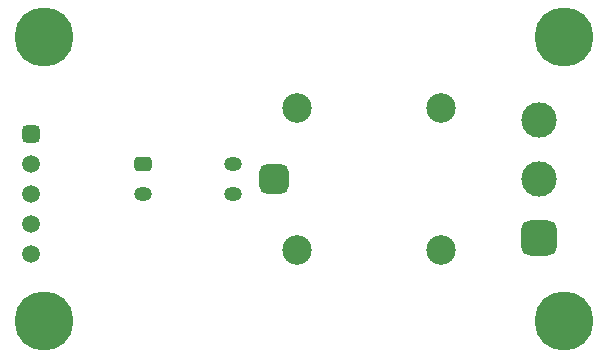
<source format=gbl>
G04*
G04 #@! TF.GenerationSoftware,Altium Limited,Altium Designer,21.2.1 (34)*
G04*
G04 Layer_Physical_Order=2*
G04 Layer_Color=16711680*
%FSTAX24Y24*%
%MOIN*%
G70*
G04*
G04 #@! TF.SameCoordinates,890909AC-F37D-4DBD-918D-0C65A5470773*
G04*
G04*
G04 #@! TF.FilePolarity,Positive*
G04*
G01*
G75*
%ADD44C,0.0984*%
G04:AMPARAMS|DCode=45|XSize=98.4mil|YSize=98.4mil|CornerRadius=24.6mil|HoleSize=0mil|Usage=FLASHONLY|Rotation=0.000|XOffset=0mil|YOffset=0mil|HoleType=Round|Shape=RoundedRectangle|*
%AMROUNDEDRECTD45*
21,1,0.0984,0.0492,0,0,0.0*
21,1,0.0492,0.0984,0,0,0.0*
1,1,0.0492,0.0246,-0.0246*
1,1,0.0492,-0.0246,-0.0246*
1,1,0.0492,-0.0246,0.0246*
1,1,0.0492,0.0246,0.0246*
%
%ADD45ROUNDEDRECTD45*%
G04:AMPARAMS|DCode=46|XSize=118.1mil|YSize=118.1mil|CornerRadius=29.5mil|HoleSize=0mil|Usage=FLASHONLY|Rotation=270.000|XOffset=0mil|YOffset=0mil|HoleType=Round|Shape=RoundedRectangle|*
%AMROUNDEDRECTD46*
21,1,0.1181,0.0591,0,0,270.0*
21,1,0.0591,0.1181,0,0,270.0*
1,1,0.0591,-0.0295,-0.0295*
1,1,0.0591,-0.0295,0.0295*
1,1,0.0591,0.0295,0.0295*
1,1,0.0591,0.0295,-0.0295*
%
%ADD46ROUNDEDRECTD46*%
%ADD47C,0.1181*%
G04:AMPARAMS|DCode=48|XSize=59.1mil|YSize=47.2mil|CornerRadius=11.8mil|HoleSize=0mil|Usage=FLASHONLY|Rotation=0.000|XOffset=0mil|YOffset=0mil|HoleType=Round|Shape=RoundedRectangle|*
%AMROUNDEDRECTD48*
21,1,0.0591,0.0236,0,0,0.0*
21,1,0.0354,0.0472,0,0,0.0*
1,1,0.0236,0.0177,-0.0118*
1,1,0.0236,-0.0177,-0.0118*
1,1,0.0236,-0.0177,0.0118*
1,1,0.0236,0.0177,0.0118*
%
%ADD48ROUNDEDRECTD48*%
%ADD49O,0.0591X0.0472*%
G04:AMPARAMS|DCode=50|XSize=59.1mil|YSize=59.1mil|CornerRadius=14.8mil|HoleSize=0mil|Usage=FLASHONLY|Rotation=270.000|XOffset=0mil|YOffset=0mil|HoleType=Round|Shape=RoundedRectangle|*
%AMROUNDEDRECTD50*
21,1,0.0591,0.0295,0,0,270.0*
21,1,0.0295,0.0591,0,0,270.0*
1,1,0.0295,-0.0148,-0.0148*
1,1,0.0295,-0.0148,0.0148*
1,1,0.0295,0.0148,0.0148*
1,1,0.0295,0.0148,-0.0148*
%
%ADD50ROUNDEDRECTD50*%
%ADD51C,0.0591*%
%ADD52C,0.1969*%
D44*
X020447Y015354D02*
D03*
X02525Y020079D02*
D03*
Y015354D02*
D03*
X020447Y020079D02*
D03*
D45*
X01966Y017717D02*
D03*
D46*
X028509Y015748D02*
D03*
D47*
Y017716D02*
D03*
Y019685D02*
D03*
D48*
X015314Y018217D02*
D03*
D49*
Y017217D02*
D03*
X018314D02*
D03*
Y018217D02*
D03*
D50*
X011564Y019217D02*
D03*
D51*
Y018217D02*
D03*
Y017217D02*
D03*
Y016217D02*
D03*
Y015217D02*
D03*
D52*
X012008Y022441D02*
D03*
X029331Y012992D02*
D03*
Y022441D02*
D03*
X012008Y012992D02*
D03*
M02*

</source>
